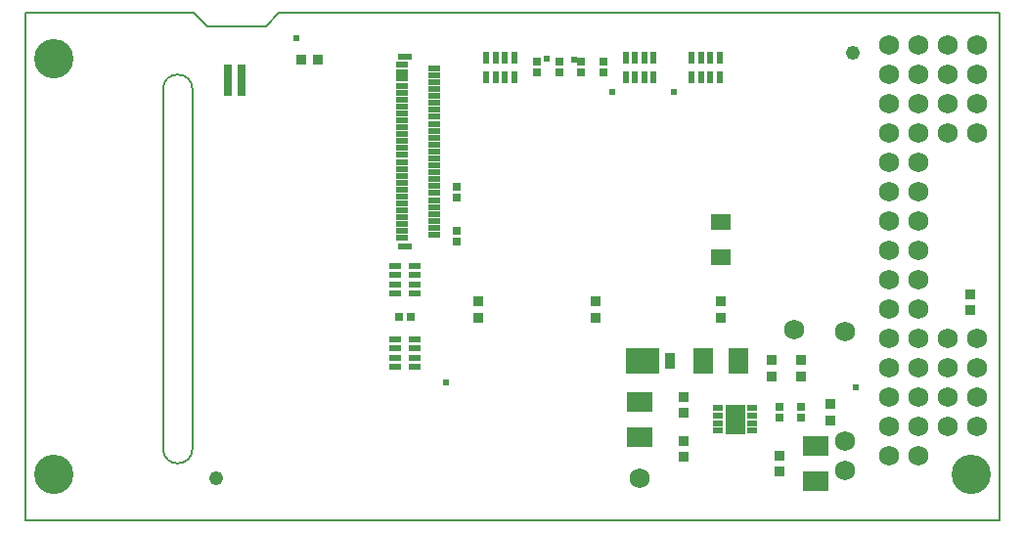
<source format=gbs>
%FSTAX23Y23*%
%MOIN*%
%SFA1B1*%

%IPPOS*%
%ADD16C,0.005000*%
%ADD45C,0.068000*%
%ADD46C,0.133980*%
%ADD47C,0.024000*%
%ADD48R,0.086740X0.067060*%
%ADD49R,0.086740X0.067060*%
%ADD50R,0.038000X0.038000*%
%ADD51R,0.023750X0.043000*%
%ADD52R,0.043000X0.023750*%
%ADD53R,0.035560X0.019810*%
%ADD54R,0.067060X0.098550*%
%ADD55R,0.038000X0.058000*%
%ADD56R,0.113120X0.086740*%
%ADD57R,0.038000X0.038000*%
%ADD58R,0.067060X0.086740*%
%ADD59R,0.067060X0.086740*%
%ADD60C,0.048000*%
%ADD61R,0.028000X0.026000*%
%ADD62R,0.068000X0.058000*%
%ADD63R,0.026000X0.028000*%
%ADD64R,0.047370X0.023750*%
%ADD65R,0.028000X0.106420*%
%ADD66R,0.039500X0.019810*%
%ADD67R,0.039500X0.019810*%
%LNmb895c-1*%
%LPD*%
G54D16*
X0047Y00245D02*
D01*
D01*
G75*
G03X0057I00050J0D01*
G74*G01*
Y0147D02*
D01*
D01*
G75*
G03X0047I-00050J0D01*
G74*G01*
X0062Y01685D02*
X0082D01*
X00865Y0173*
X0332*
X00575D02*
X0062Y01685D01*
X0Y0D02*
X03315D01*
X0D02*
Y0173D01*
X0057Y00245D02*
Y0147D01*
X0047Y00245D02*
Y0147D01*
X0332Y0D02*
Y0173D01*
X03315Y0D02*
X0332Y0D01*
X0Y0173D02*
X00575Y0173D01*
G54D45*
X0262Y00652D03*
X02795Y00172D03*
Y00645D03*
X02095Y00145D03*
X02795Y0027D03*
X03246Y0162D03*
X03146Y0142D03*
X03246D03*
Y0152D03*
Y0032D03*
X03146D03*
X03246Y0042D03*
X03146D03*
X03246Y0052D03*
X03146D03*
X03246Y0062D03*
X03146D03*
X03246Y0132D03*
X03146D03*
Y0152D03*
Y0162D03*
X02945Y0142D03*
Y0132D03*
Y0122D03*
Y0112D03*
Y0102D03*
Y0092D03*
Y0082D03*
Y0072D03*
Y0062D03*
X03045Y0142D03*
Y0132D03*
Y0122D03*
Y0112D03*
Y0102D03*
Y0092D03*
Y0082D03*
Y0072D03*
Y0062D03*
X02945Y0152D03*
X03045Y0162D03*
Y0152D03*
X02945Y0162D03*
X03045Y0042D03*
X02945Y0032D03*
X03045D03*
Y0052D03*
X02945Y0042D03*
X03045Y0022D03*
X02945D03*
Y0052D03*
G54D46*
X00097Y01575D03*
Y00157D03*
X03226D03*
G54D47*
X0187Y01572D03*
X01779Y01575D03*
X02Y0146D03*
X0221D03*
X0283Y00455D03*
X01435Y0047D03*
X00925Y01645D03*
G54D48*
X02095Y00285D03*
X02695Y00135D03*
G54D49*
X02095Y00405D03*
X02695Y00255D03*
G54D50*
X0322Y00772D03*
Y00717D03*
X01945Y00747D03*
Y00692D03*
X0237D03*
Y00747D03*
X02545Y00492D03*
Y00547D03*
X02245Y00217D03*
Y00272D03*
X0257Y00167D03*
Y00222D03*
X02645Y00492D03*
Y00547D03*
X01545Y00692D03*
Y00747D03*
X02745Y00342D03*
Y00397D03*
X02245Y00367D03*
Y00422D03*
G54D51*
X02272Y01578D03*
X02304D03*
X02335D03*
X02367D03*
X02272Y01511D03*
X02304D03*
X02335D03*
X02367D03*
X02079Y01578D03*
Y01511D03*
X0211D03*
X02047D03*
X02142D03*
X0211Y01578D03*
X02047D03*
X02142D03*
X01667Y01511D03*
X01572D03*
X01635D03*
X01604D03*
Y01578D03*
X01572D03*
X01635D03*
X01667D03*
G54D52*
X01328Y00617D03*
Y00523D03*
Y00586D03*
X01261Y00617D03*
Y00523D03*
Y00586D03*
Y00554D03*
X01328D03*
Y00804D03*
X01261D03*
Y00836D03*
Y00773D03*
Y00867D03*
X01328Y00836D03*
Y00773D03*
Y00867D03*
G54D53*
X02477Y00306D03*
Y00332D03*
Y00358D03*
Y00383D03*
X02362Y00306D03*
Y00332D03*
Y00358D03*
Y00383D03*
G54D54*
X0242Y00345D03*
G54D55*
X02197Y00545D03*
G54D56*
X02104Y00545D03*
G54D57*
X00942Y0157D03*
X00997D03*
G54D58*
X0243Y00545D03*
G54D59*
X0231Y00545D03*
G54D60*
X0282Y01595D03*
X00651Y00145D03*
G54D61*
X0182Y01564D03*
Y01526D03*
X01895Y01564D03*
Y01526D03*
X0147Y00951D03*
Y00989D03*
X01745Y01564D03*
Y01526D03*
X02645Y00389D03*
Y00351D03*
X0257Y00389D03*
Y00351D03*
X0147Y01139D03*
Y01101D03*
X0197Y01526D03*
Y01564D03*
G54D62*
X0237Y00896D03*
Y01016D03*
G54D63*
X01314Y00695D03*
X01276D03*
G54D64*
X01296Y00935D03*
Y01581D03*
G54D65*
X00692Y01502D03*
X00737D03*
G54D66*
X01284Y00963D03*
X01395Y00974D03*
X01284Y00986D03*
X01395Y00998D03*
X01284Y0101D03*
Y01033D03*
X01395Y01045D03*
X01284Y01057D03*
X01395Y01069D03*
X01284Y01081D03*
X01395Y01092D03*
Y0114D03*
Y01163D03*
Y01187D03*
Y01211D03*
X01284Y01128D03*
Y01151D03*
Y01175D03*
Y01199D03*
Y01553D03*
Y01506D03*
X01395Y01494D03*
X01284Y01482D03*
X01395Y0147D03*
X01284Y01459D03*
X01395Y01447D03*
X01284Y01435D03*
X01395Y01116D03*
X01284Y01104D03*
X01395Y01022D03*
X01284Y01529D03*
Y01222D03*
Y01246D03*
Y0127D03*
Y01293D03*
Y01317D03*
Y0134D03*
Y01364D03*
Y01388D03*
Y01411D03*
X01395Y01518D03*
Y01234D03*
Y01258D03*
Y01281D03*
Y01305D03*
Y01329D03*
Y01352D03*
Y01376D03*
Y014D03*
Y01423D03*
G54D67*
X01395Y01541D03*
M02*
</source>
